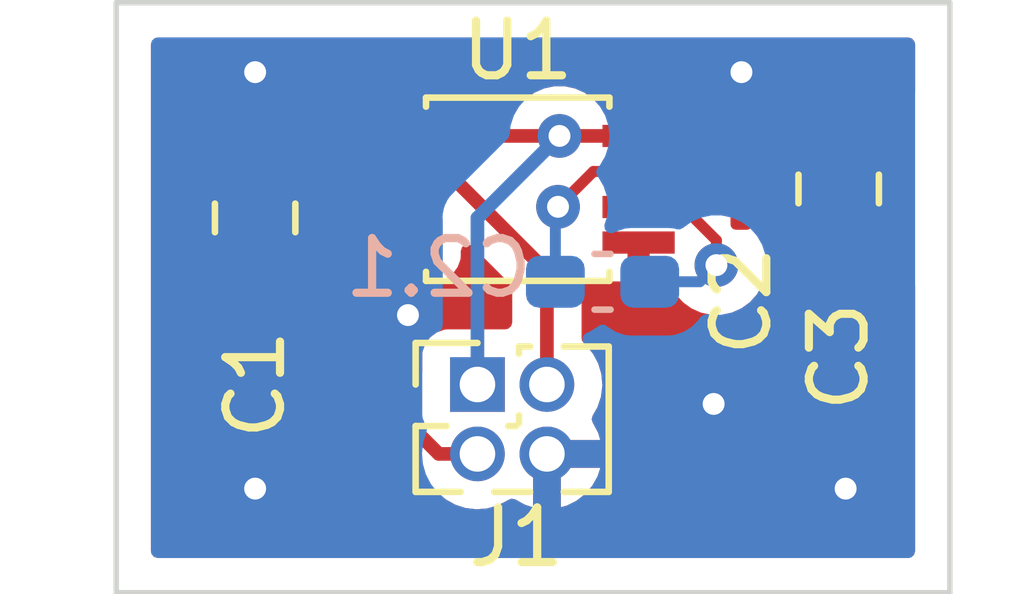
<source format=kicad_pcb>
(kicad_pcb (version 20211014) (generator pcbnew)
  (layers (0 "F.Cu" signal) (31 "B.Cu" signal) (34 "B.Paste" user) (35 "F.Paste" user) (36 "B.SilkS" user "B.Silkscreen") (37 "F.SilkS" user "F.Silkscreen") (38 "B.Mask" user) (39 "F.Mask" user) (44 "Edge.Cuts" user))
  (net 0 "")
  (net 1 "VCC")
  (net 2 "GND")
  (net 3 "/CXN")
  (net 4 "/CXP")
  (net 5 "REG")
  (net 6 "~{SHDN}")
  (footprint "footprints:MAX1595EUA50&plus_" (layer "F.Cu") (at 148.3102 99.2974)
    (fp_text reference "U1" (at 0 -2.54) (layer "F.SilkS"))
    (fp_text value "MAX1595EUA50+" hide)
    (fp_line (start -1.6764 1.5113) (end -1.6764 1.6764) (layer "F.SilkS") (width 0.12))
    (fp_line (start 1.6764 -1.6764) (end -1.6764 -1.6764) (layer "F.SilkS") (width 0.12))
    (fp_line (start 1.6764 1.6764) (end 1.6764 1.5113) (layer "F.SilkS") (width 0.12))
    (fp_line (start 1.6764 -1.5113) (end 1.6764 -1.6764) (layer "F.SilkS") (width 0.12))
    (fp_line (start -1.6764 -1.6764) (end -1.6764 -1.5113) (layer "F.SilkS") (width 0.12))
    (fp_line (start -1.6764 1.6764) (end 1.6764 1.6764) (layer "F.SilkS") (width 0.12))
    (pad "1" smd rect (at -2.2098 -0.97536) (size 1.3208 0.4064) (layers "F.Cu" "F.Paste" "F.Mask") (net 5 "REG"))
    (pad "2" smd rect (at -2.2098 -0.32512) (size 1.3208 0.4064) (layers "F.Cu" "F.Paste" "F.Mask") (net 6 "~{SHDN}"))
    (pad "3" smd rect (at -2.2098 0.32512) (size 1.3208 0.4064) (layers "F.Cu" "F.Paste" "F.Mask") (net 1 "VCC"))
    (pad "4" smd rect (at -2.2098 0.97536) (size 1.3208 0.4064) (layers "F.Cu" "F.Paste" "F.Mask") (net 2 "GND"))
    (pad "5" smd rect (at 2.2098 0.97536) (size 1.3208 0.4064) (layers "F.Cu" "F.Paste" "F.Mask") (net 2 "GND"))
    (pad "6" smd rect (at 2.2098 0.32512) (size 1.3208 0.4064) (layers "F.Cu" "F.Paste" "F.Mask") (net 3 "/CXN"))
    (pad "7" smd rect (at 2.2098 -0.32512) (size 1.3208 0.4064) (layers "F.Cu" "F.Paste" "F.Mask") (net 4 "/CXP"))
    (pad "8" smd rect (at 2.2098 -0.97536) (size 1.3208 0.4064) (layers "F.Cu" "F.Paste" "F.Mask") (net 5 "REG"))
  )
  (footprint "Connector_PinHeader_1.27mm:PinHeader_2x02_P1.27mm_Vertical" (layer "F.Cu") (at 147.574 102.87)
    (fp_text reference "J1" (at 0.7112 2.794) (layer "F.SilkS"))
    (fp_text value "Conn_02x02_Top_Bottom")
    (fp_line (start 0.76 -0.563471) (end 0.76 -0.695) (layer "F.SilkS") (width 0.12))
    (fp_line (start 0.76 -0.695) (end 0.96247 -0.695) (layer "F.SilkS") (width 0.12))
    (fp_line (start -1.13 0.76) (end -1.13 1.965) (layer "F.SilkS") (width 0.12))
    (fp_line (start 0.76 0.706529) (end 0.76 0.563471) (layer "F.SilkS") (width 0.12))
    (fp_line (start 0.30753 1.965) (end 0.96247 1.965) (layer "F.SilkS") (width 0.12))
    (fp_line (start 2.4 -0.695) (end 2.4 1.965) (layer "F.SilkS") (width 0.12))
    (fp_line (start 0.563471 0.76) (end 0.706529 0.76) (layer "F.SilkS") (width 0.12))
    (fp_line (start -1.13 -0.76) (end 0 -0.76) (layer "F.SilkS") (width 0.12))
    (fp_line (start -1.13 1.965) (end -0.30753 1.965) (layer "F.SilkS") (width 0.12))
    (fp_line (start 1.57753 1.965) (end 2.4 1.965) (layer "F.SilkS") (width 0.12))
    (fp_line (start -1.13 0.76) (end -0.563471 0.76) (layer "F.SilkS") (width 0.12))
    (fp_line (start 1.57753 -0.695) (end 2.4 -0.695) (layer "F.SilkS") (width 0.12))
    (fp_line (start -1.13 0) (end -1.13 -0.76) (layer "F.SilkS") (width 0.12))
    (pad "1" thru_hole rect (at 0 0) (size 1 1) (drill 0.65) (layers *.Cu *.Mask) (net 5 "REG"))
    (pad "2" thru_hole oval (at 1.27 0) (size 1 1) (drill 0.65) (layers *.Cu *.Mask) (net 6 "~{SHDN}"))
    (pad "3" thru_hole oval (at 0 1.27) (size 1 1) (drill 0.65) (layers *.Cu *.Mask) (net 1 "VCC"))
    (pad "4" thru_hole oval (at 1.27 1.27) (size 1 1) (drill 0.65) (layers *.Cu *.Mask) (net 2 "GND"))
  )
  (footprint "Capacitor_SMD:C_0201_0603Metric_Pad0.64x0.40mm_HandSolder" (layer "F.Cu") (at 152.4 99.314 90)
    (fp_text reference "C2" (at -2.032 0 90) (layer "F.SilkS"))
    (fp_text value "C")
    (pad "1" smd roundrect (at -0.4075 0 90) (size 0.635 0.4) (layers "F.Cu" "F.Mask") (net 3 "/CXN"))
    (pad "2" smd roundrect (at 0.4075 0 90) (size 0.635 0.4) (layers "F.Cu" "F.Mask") (net 4 "/CXP"))
  )
  (footprint "Capacitor_SMD:C_0805_2012Metric_Pad1.18x1.45mm_HandSolder" (layer "F.Cu") (at 143.51 99.822 -90)
    (fp_text reference "C1" (at 3.048 0 90) (layer "F.SilkS"))
    (fp_text value "C")
    (fp_line (start -0.261252 0.735) (end 0.261252 0.735) (layer "F.SilkS") (width 0.12))
    (fp_line (start -0.261252 -0.735) (end 0.261252 -0.735) (layer "F.SilkS") (width 0.12))
    (pad "1" smd roundrect (at -1.0375 0 270) (size 1.175 1.45) (layers "F.Cu" "F.Paste" "F.Mask") (roundrect_rratio 0.212766) (net 1 "VCC"))
    (pad "2" smd roundrect (at 1.0375 0 270) (size 1.175 1.45) (layers "F.Cu" "F.Paste" "F.Mask") (roundrect_rratio 0.212766) (net 2 "GND"))
  )
  (footprint "Capacitor_SMD:C_0805_2012Metric_Pad1.18x1.45mm_HandSolder" (layer "F.Cu") (at 154.178 99.2925 -90)
    (fp_text reference "C3" (at 3.0695 0 90) (layer "F.SilkS"))
    (fp_text value "C")
    (fp_line (start -0.261252 -0.735) (end 0.261252 -0.735) (layer "F.SilkS") (width 0.12))
    (fp_line (start -0.261252 0.735) (end 0.261252 0.735) (layer "F.SilkS") (width 0.12))
    (pad "1" smd roundrect (at -1.0375 0 270) (size 1.175 1.45) (layers "F.Cu" "F.Paste" "F.Mask") (roundrect_rratio 0.212766) (net 5 "REG"))
    (pad "2" smd roundrect (at 1.0375 0 270) (size 1.175 1.45) (layers "F.Cu" "F.Paste" "F.Mask") (roundrect_rratio 0.212766) (net 2 "GND"))
  )
  (footprint "Capacitor_SMD:C_0603_1608Metric_Pad1.08x0.95mm_HandSolder" (layer "B.Cu") (at 149.8611 100.9904 180)
    (fp_text reference "C2.1" (at 2.9983 0.254) (layer "B.SilkS") (effects (justify mirror)))
    (fp_text value "C")
    (fp_line (start -0.146267 0.51) (end 0.146267 0.51) (layer "B.SilkS") (width 0.12))
    (fp_line (start -0.146267 -0.51) (end 0.146267 -0.51) (layer "B.SilkS") (width 0.12))
    (pad "1" smd roundrect (at -0.8625 0 180) (size 1.075 0.95) (layers "B.Cu" "B.Paste" "B.Mask") (net 3 "/CXN"))
    (pad "2" smd roundrect (at 0.8625 0 180) (size 1.075 0.95) (layers "B.Cu" "B.Paste" "B.Mask") (net 4 "/CXP"))
  )
  (gr_line (start 140.97 95.885) (end 140.97 106.68) (layer "Edge.Cuts") (width 0.1))
  (gr_line (start 156.21 106.68) (end 156.21 95.885) (layer "Edge.Cuts") (width 0.1))
  (gr_line (start 140.97 106.68) (end 156.21 106.68) (layer "Edge.Cuts") (width 0.1))
  (gr_line (start 156.21 95.885) (end 140.97 95.885) (layer "Edge.Cuts") (width 0.1))
  (segment (start 144.34802 99.62252) (end 146.1004 99.62252) (width 0.25) (layer "F.Cu") (net 1))
  (segment (start 146.866894 104.14) (end 145.115 102.388106) (width 0.25) (layer "F.Cu") (net 1))
  (segment (start 143.51 98.7845) (end 144.34802 99.62252) (width 0.25) (layer "F.Cu") (net 1))
  (segment (start 145.23704 99.62252) (end 146.1004 99.62252) (width 0.25) (layer "F.Cu") (net 1))
  (segment (start 145.115 99.74456) (end 145.23704 99.62252) (width 0.25) (layer "F.Cu") (net 1))
  (segment (start 145.115 102.388106) (end 145.115 99.74456) (width 0.25) (layer "F.Cu") (net 1))
  (segment (start 147.574 104.14) (end 146.866894 104.14) (width 0.25) (layer "F.Cu") (net 1))
  (via (at 154.305 104.775) (size 0.8) (drill 0.4) (layers "F.Cu" "B.Cu") (net 2))
  (via (at 151.892 103.2256) (size 0.8) (drill 0.4) (layers "F.Cu" "B.Cu") (net 2))
  (via (at 143.51 104.775) (size 0.8) (drill 0.4) (layers "F.Cu" "B.Cu") (net 2))
  (via (at 146.304 101.6) (size 0.8) (drill 0.4) (layers "F.Cu" "B.Cu") (net 2))
  (via (at 143.51 97.155) (size 0.8) (drill 0.4) (layers "F.Cu" "B.Cu") (net 2))
  (via (at 152.4 97.155) (size 0.8) (drill 0.4) (layers "F.Cu" "B.Cu") (net 2))
  (segment (start 152.30102 99.62252) (end 152.4 99.7215) (width 0.2) (layer "F.Cu") (net 3))
  (segment (start 151.9428 100.6856) (end 151.9428 100.23196) (width 0.2) (layer "F.Cu") (net 3))
  (segment (start 151.33336 99.62252) (end 150.52 99.62252) (width 0.2) (layer "F.Cu") (net 3))
  (segment (start 150.52 99.62252) (end 152.30102 99.62252) (width 0.2) (layer "F.Cu") (net 3))
  (segment (start 151.9428 100.23196) (end 151.33336 99.62252) (width 0.2) (layer "F.Cu") (net 3))
  (via (at 151.9428 100.6856) (size 0.8) (drill 0.4) (layers "F.Cu" "B.Cu") (net 3))
  (segment (start 150.7236 100.9904) (end 151.638 100.9904) (width 0.2) (layer "B.Cu") (net 3))
  (segment (start 151.638 100.9904) (end 151.9428 100.6856) (width 0.2) (layer "B.Cu") (net 3))
  (segment (start 152.4 98.9065) (end 150.58578 98.9065) (width 0.2) (layer "F.Cu") (net 4))
  (segment (start 149.69372 98.97228) (end 150.52 98.97228) (width 0.2) (layer "F.Cu") (net 4))
  (segment (start 149.0472 99.6188) (end 149.69372 98.97228) (width 0.2) (layer "F.Cu") (net 4))
  (segment (start 150.58578 98.9065) (end 150.52 98.97228) (width 0.2) (layer "F.Cu") (net 4))
  (via (at 149.0472 99.6188) (size 0.8) (drill 0.4) (layers "F.Cu" "B.Cu") (net 4))
  (segment (start 148.9986 99.6674) (end 149.0472 99.6188) (width 0.2) (layer "B.Cu") (net 4))
  (segment (start 148.9986 100.9904) (end 148.9986 99.6674) (width 0.2) (layer "B.Cu") (net 4))
  (segment (start 150.58704 98.255) (end 150.52 98.32204) (width 0.25) (layer "F.Cu") (net 5))
  (segment (start 146.1004 98.32204) (end 149.07396 98.32204) (width 0.25) (layer "F.Cu") (net 5))
  (segment (start 154.178 98.255) (end 150.58704 98.255) (width 0.25) (layer "F.Cu") (net 5))
  (segment (start 149.07396 98.32204) (end 150.52 98.32204) (width 0.25) (layer "F.Cu") (net 5))
  (via (at 149.07396 98.32204) (size 0.8) (drill 0.4) (layers "F.Cu" "B.Cu") (net 5))
  (segment (start 149.07396 98.32204) (end 147.574 99.822) (width 0.25) (layer "B.Cu") (net 5))
  (segment (start 147.574 99.822) (end 147.574 102.87) (width 0.25) (layer "B.Cu") (net 5))
  (segment (start 148.844 100.80548) (end 148.844 102.87) (width 0.25) (layer "F.Cu") (net 6))
  (segment (start 146.1004 98.97228) (end 147.0108 98.97228) (width 0.25) (layer "F.Cu") (net 6))
  (segment (start 147.0108 98.97228) (end 148.844 100.80548) (width 0.25) (layer "F.Cu") (net 6))
  (zone (net 2) (net_name "GND") (layers F&B.Cu) (connect_pads (clearance 0.508)) (min_thickness 0.254) (fill yes (thermal_gap 0.508) (thermal_bridge_width 0.508))
    (polygon (pts (xy 155.575 106.045) (xy 141.605 106.045) (xy 141.605 96.52) (xy 155.575 96.52)))
  )
)
</source>
